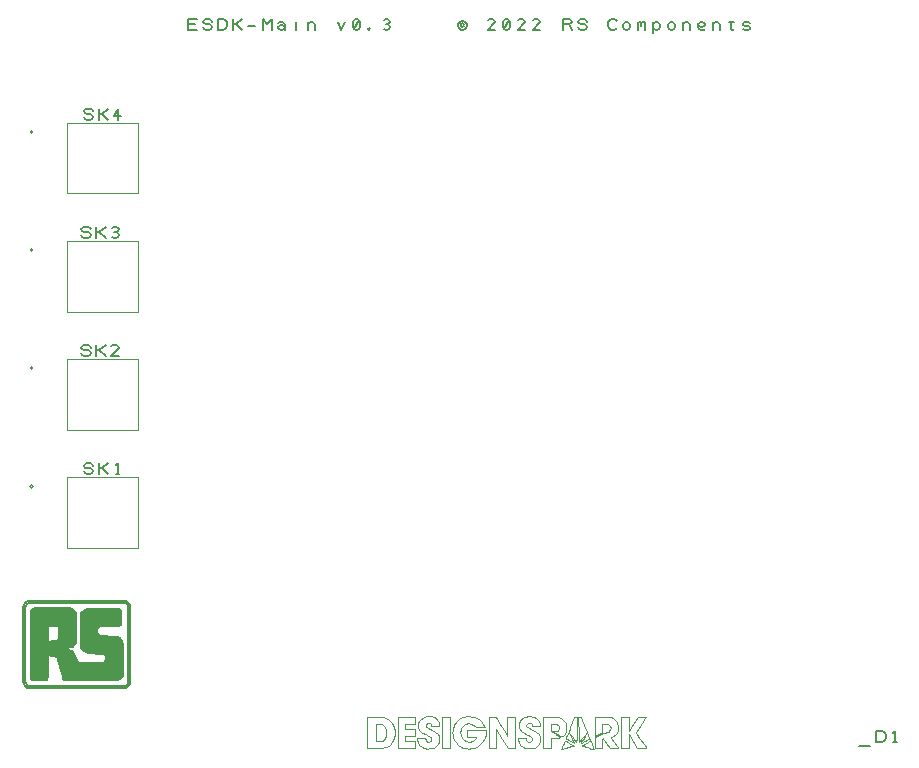
<source format=gbr>
G04 DesignSpark PCB PRO Gerber Version 10.0 Build 5299*
G04 #@! TF.Part,Single*
G04 #@! TF.FileFunction,Legend,Top*
G04 #@! TF.FilePolarity,Positive*
%FSLAX35Y35*%
%MOIN*%
%ADD122C,0.00300*%
%ADD120C,0.00394*%
%ADD119C,0.00500*%
%ADD121C,0.00787*%
%ADD123C,0.00800*%
G04 #@! TD.AperFunction*
X0Y0D02*
D02*
D119*
X14692Y32010D02*
Y53700D01*
X14767Y54243D01*
X14996Y54636D01*
X15387Y54874D01*
X15947Y54954D01*
X27635D01*
X28580Y54771D01*
X29282Y54283D01*
X29720Y53581D01*
X29870Y52758D01*
Y44169D01*
X29719Y43352D01*
X29302Y42693D01*
X28679Y42233D01*
X27909Y42011D01*
X27243Y41865D01*
X27093Y41703D01*
X27047Y41423D01*
X27089Y41205D01*
X27238Y41061D01*
X27988Y40874D01*
X28381Y40777D01*
X28723Y40565D01*
X29165Y39933D01*
X30027Y37619D01*
X30366Y37006D01*
X30728Y36797D01*
X31322Y36717D01*
X38381D01*
X38954Y36795D01*
X39372Y37021D01*
X39628Y37379D01*
X39715Y37854D01*
Y38717D01*
X39651Y39160D01*
X39440Y39526D01*
X39053Y39781D01*
X38460Y39894D01*
X34185Y40090D01*
X33081Y40375D01*
X32185Y40957D01*
X31581Y41783D01*
X31361Y42796D01*
Y52366D01*
X31523Y53418D01*
X31983Y54165D01*
X32701Y54611D01*
X33636Y54758D01*
X43676D01*
X44275Y54679D01*
X44676Y54444D01*
X44900Y54063D01*
X44970Y53543D01*
Y50326D01*
X44894Y49760D01*
X44652Y49356D01*
X44226Y49113D01*
X43598Y49032D01*
X38146D01*
X37615Y48944D01*
X37249Y48709D01*
X37037Y48370D01*
X36969Y47973D01*
Y46875D01*
X37064Y46473D01*
X37342Y46159D01*
X37797Y45948D01*
X38420Y45855D01*
X42931Y45581D01*
X43890Y45313D01*
X44661Y44703D01*
X45176Y43865D01*
X45363Y42914D01*
Y33069D01*
X45307Y32563D01*
X45150Y32132D01*
X44603Y31486D01*
X43857Y31111D01*
X43048Y30991D01*
X26890D01*
X26330Y31030D01*
X25885Y31187D01*
X25550Y31520D01*
X25321Y32089D01*
X23909Y37854D01*
X23753Y38324D01*
X23512Y38668D01*
X23087Y38880D01*
X22380Y38952D01*
X21892Y39020D01*
X21507Y39227D01*
X21254Y39581D01*
X21163Y40090D01*
Y43110D01*
X21239Y43619D01*
X21472Y43972D01*
X21875Y44180D01*
X22458Y44247D01*
X23242D01*
X23722Y44356D01*
X24051Y44644D01*
X24241Y45058D01*
X24301Y45541D01*
Y48012D01*
X24216Y48482D01*
X23973Y48826D01*
X23590Y49038D01*
X23085Y49111D01*
X20419D01*
Y32128D01*
X20300Y31586D01*
X19997Y31236D01*
X19591Y31047D01*
X19163Y30991D01*
X15908D01*
X15370Y31062D01*
X14991Y31265D01*
X14766Y31586D01*
X14692Y32010D01*
G36*
X14692Y32010D02*
Y53700D01*
X14767Y54243D01*
X14996Y54636D01*
X15387Y54874D01*
X15947Y54954D01*
X27635D01*
X28580Y54771D01*
X29282Y54283D01*
X29720Y53581D01*
X29870Y52758D01*
Y44169D01*
X29719Y43352D01*
X29302Y42693D01*
X28679Y42233D01*
X27909Y42011D01*
X27243Y41865D01*
X27093Y41703D01*
X27047Y41423D01*
X27089Y41205D01*
X27238Y41061D01*
X27988Y40874D01*
X28381Y40777D01*
X28723Y40565D01*
X29165Y39933D01*
X30027Y37619D01*
X30366Y37006D01*
X30728Y36797D01*
X31322Y36717D01*
X38381D01*
X38954Y36795D01*
X39372Y37021D01*
X39628Y37379D01*
X39715Y37854D01*
Y38717D01*
X39651Y39160D01*
X39440Y39526D01*
X39053Y39781D01*
X38460Y39894D01*
X34185Y40090D01*
X33081Y40375D01*
X32185Y40957D01*
X31581Y41783D01*
X31361Y42796D01*
Y52366D01*
X31523Y53418D01*
X31983Y54165D01*
X32701Y54611D01*
X33636Y54758D01*
X43676D01*
X44275Y54679D01*
X44676Y54444D01*
X44900Y54063D01*
X44970Y53543D01*
Y50326D01*
X44894Y49760D01*
X44652Y49356D01*
X44226Y49113D01*
X43598Y49032D01*
X38146D01*
X37615Y48944D01*
X37249Y48709D01*
X37037Y48370D01*
X36969Y47973D01*
Y46875D01*
X37064Y46473D01*
X37342Y46159D01*
X37797Y45948D01*
X38420Y45855D01*
X42931Y45581D01*
X43890Y45313D01*
X44661Y44703D01*
X45176Y43865D01*
X45363Y42914D01*
Y33069D01*
X45307Y32563D01*
X45150Y32132D01*
X44603Y31486D01*
X43857Y31111D01*
X43048Y30991D01*
X26890D01*
X26330Y31030D01*
X25885Y31187D01*
X25550Y31520D01*
X25321Y32089D01*
X23909Y37854D01*
X23753Y38324D01*
X23512Y38668D01*
X23087Y38880D01*
X22380Y38952D01*
X21892Y39020D01*
X21507Y39227D01*
X21254Y39581D01*
X21163Y40090D01*
Y43110D01*
X21239Y43619D01*
X21472Y43972D01*
X21875Y44180D01*
X22458Y44247D01*
X23242D01*
X23722Y44356D01*
X24051Y44644D01*
X24241Y45058D01*
X24301Y45541D01*
Y48012D01*
X24216Y48482D01*
X23973Y48826D01*
X23590Y49038D01*
X23085Y49111D01*
X20419D01*
Y32128D01*
X20300Y31586D01*
X19997Y31236D01*
X19591Y31047D01*
X19163Y30991D01*
X15908D01*
X15370Y31062D01*
X14991Y31265D01*
X14766Y31586D01*
X14692Y32010D01*
G37*
X31602Y140064D02*
X31915Y139439D01*
X32539Y139126D01*
X33789D01*
X34415Y139439D01*
X34727Y140064D01*
X34415Y140689D01*
X33789Y141002D01*
X32539D01*
X31915Y141314D01*
X31602Y141939D01*
X31915Y142564D01*
X32539Y142876D01*
X33789D01*
X34415Y142564D01*
X34727Y141939D01*
X36602Y139126D02*
Y142876D01*
Y141002D02*
X37539D01*
X39727Y142876D01*
X37539Y141002D02*
X39727Y139126D01*
X44102D02*
X41602D01*
X43789Y141314D01*
X44102Y141939D01*
X43789Y142564D01*
X43165Y142876D01*
X42227D01*
X41602Y142564D01*
X31602Y179434D02*
X31915Y178809D01*
X32539Y178496D01*
X33789D01*
X34415Y178809D01*
X34727Y179434D01*
X34415Y180059D01*
X33789Y180372D01*
X32539D01*
X31915Y180684D01*
X31602Y181309D01*
X31915Y181934D01*
X32539Y182246D01*
X33789D01*
X34415Y181934D01*
X34727Y181309D01*
X36602Y178496D02*
Y182246D01*
Y180372D02*
X37539D01*
X39727Y182246D01*
X37539Y180372D02*
X39727Y178496D01*
X41915Y178809D02*
X42539Y178496D01*
X43165D01*
X43789Y178809D01*
X44102Y179434D01*
X43789Y180059D01*
X43165Y180372D01*
X42539D01*
X43165D02*
X43789Y180684D01*
X44102Y181309D01*
X43789Y181934D01*
X43165Y182246D01*
X42539D01*
X41915Y181934D01*
X32389Y100694D02*
X32702Y100069D01*
X33327Y99756D01*
X34577D01*
X35202Y100069D01*
X35515Y100694D01*
X35202Y101319D01*
X34577Y101631D01*
X33327D01*
X32702Y101944D01*
X32389Y102569D01*
X32702Y103194D01*
X33327Y103506D01*
X34577D01*
X35202Y103194D01*
X35515Y102569D01*
X37389Y99756D02*
Y103506D01*
Y101631D02*
X38327D01*
X40515Y103506D01*
X38327Y101631D02*
X40515Y99756D01*
X43015D02*
X44265D01*
X43639D02*
Y103506D01*
X43015Y102881D01*
X32389Y218804D02*
X32702Y218179D01*
X33327Y217867D01*
X34577D01*
X35202Y218179D01*
X35515Y218804D01*
X35202Y219429D01*
X34577Y219742D01*
X33327D01*
X32702Y220054D01*
X32389Y220679D01*
X32702Y221304D01*
X33327Y221617D01*
X34577D01*
X35202Y221304D01*
X35515Y220679D01*
X37389Y217867D02*
Y221617D01*
Y219742D02*
X38327D01*
X40515Y221617D01*
X38327Y219742D02*
X40515Y217867D01*
X43952D02*
Y221617D01*
X42389Y219117D01*
X44889D01*
X67035Y247788D02*
Y251538D01*
X70161D01*
X69535Y249663D02*
X67035D01*
Y247788D02*
X70161D01*
X72035Y248726D02*
X72348Y248100D01*
X72973Y247788D01*
X74223D01*
X74848Y248100D01*
X75161Y248726D01*
X74848Y249350D01*
X74223Y249663D01*
X72973D01*
X72348Y249976D01*
X72035Y250600D01*
X72348Y251226D01*
X72973Y251538D01*
X74223D01*
X74848Y251226D01*
X75161Y250600D01*
X77035Y247788D02*
Y251538D01*
X78911D01*
X79535Y251226D01*
X79848Y250913D01*
X80161Y250288D01*
Y249038D01*
X79848Y248413D01*
X79535Y248100D01*
X78911Y247788D01*
X77035D01*
X82035D02*
Y251538D01*
Y249663D02*
X82973D01*
X85161Y251538D01*
X82973Y249663D02*
X85161Y247788D01*
X87035Y249038D02*
X89535D01*
X92035Y247788D02*
Y251538D01*
X93598Y249663D01*
X95161Y251538D01*
Y247788D01*
X97035Y249976D02*
X97661Y250288D01*
X98598D01*
X99223Y249976D01*
X99535Y249350D01*
Y248413D01*
X99223Y248100D01*
X98598Y247788D01*
X97973D01*
X97348Y248100D01*
X97035Y248413D01*
Y248726D01*
X97348Y249038D01*
X97973Y249350D01*
X98598D01*
X99223Y249038D01*
X99535Y248726D01*
Y248413D02*
Y247788D01*
X103285D02*
Y250288D01*
Y251226D02*
X107035Y247788D02*
Y250288D01*
Y249350D02*
X107348Y249976D01*
X107973Y250288D01*
X108598D01*
X109223Y249976D01*
X109535Y249350D01*
Y247788D01*
X117035Y250288D02*
X118285Y247788D01*
X119535Y250288D01*
X122348Y248100D02*
X122973Y247788D01*
X123598D01*
X124223Y248100D01*
X124535Y248726D01*
Y250600D01*
X124223Y251226D01*
X123598Y251538D01*
X122973D01*
X122348Y251226D01*
X122035Y250600D01*
Y248726D01*
X122348Y248100D01*
X124223Y251226D01*
X127348Y247788D02*
X127661Y248100D01*
X127348Y248413D01*
X127035Y248100D01*
X127348Y247788D01*
X132348Y248100D02*
X132973Y247788D01*
X133598D01*
X134223Y248100D01*
X134535Y248726D01*
X134223Y249350D01*
X133598Y249663D01*
X132973D01*
X133598D02*
X134223Y249976D01*
X134535Y250600D01*
X134223Y251226D01*
X133598Y251538D01*
X132973D01*
X132348Y251226D01*
X157035Y249038D02*
Y249350D01*
X157348Y250288D01*
X157661Y250600D01*
X158285Y250913D01*
X158911D01*
X159535Y250600D01*
X159848Y250288D01*
X160161Y249350D01*
Y249038D01*
X159848Y248413D01*
X159535Y248100D01*
X158911Y247788D01*
X158285D01*
X157661Y248100D01*
X157348Y248413D01*
X157035Y249038D01*
X159223D02*
X158598Y248726D01*
X157973Y249038D01*
Y249663D01*
X158598Y249976D01*
X159223Y249663D01*
X169535Y247788D02*
X167035D01*
X169223Y249976D01*
X169535Y250600D01*
X169223Y251226D01*
X168598Y251538D01*
X167661D01*
X167035Y251226D01*
X172348Y248100D02*
X172973Y247788D01*
X173598D01*
X174223Y248100D01*
X174535Y248726D01*
Y250600D01*
X174223Y251226D01*
X173598Y251538D01*
X172973D01*
X172348Y251226D01*
X172035Y250600D01*
Y248726D01*
X172348Y248100D01*
X174223Y251226D01*
X179535Y247788D02*
X177035D01*
X179223Y249976D01*
X179535Y250600D01*
X179223Y251226D01*
X178598Y251538D01*
X177661D01*
X177035Y251226D01*
X184535Y247788D02*
X182035D01*
X184223Y249976D01*
X184535Y250600D01*
X184223Y251226D01*
X183598Y251538D01*
X182661D01*
X182035Y251226D01*
X192035Y247788D02*
Y251538D01*
X194223D01*
X194848Y251226D01*
X195161Y250600D01*
X194848Y249976D01*
X194223Y249663D01*
X192035D01*
X194223D02*
X195161Y247788D01*
X197035Y248726D02*
X197348Y248100D01*
X197973Y247788D01*
X199223D01*
X199848Y248100D01*
X200161Y248726D01*
X199848Y249350D01*
X199223Y249663D01*
X197973D01*
X197348Y249976D01*
X197035Y250600D01*
X197348Y251226D01*
X197973Y251538D01*
X199223D01*
X199848Y251226D01*
X200161Y250600D01*
X210161Y248413D02*
X209848Y248100D01*
X209223Y247788D01*
X208285D01*
X207661Y248100D01*
X207348Y248413D01*
X207035Y249038D01*
Y250288D01*
X207348Y250913D01*
X207661Y251226D01*
X208285Y251538D01*
X209223D01*
X209848Y251226D01*
X210161Y250913D01*
X212035Y248726D02*
X212348Y248100D01*
X212973Y247788D01*
X213598D01*
X214223Y248100D01*
X214535Y248726D01*
Y249350D01*
X214223Y249976D01*
X213598Y250288D01*
X212973D01*
X212348Y249976D01*
X212035Y249350D01*
Y248726D01*
X217035Y247788D02*
Y250288D01*
Y249976D02*
X217348Y250288D01*
X217973D01*
X218285Y249976D01*
Y249038D01*
Y249976D02*
X218598Y250288D01*
X219223D01*
X219535Y249976D01*
Y247788D01*
X222035Y250288D02*
Y246850D01*
Y248726D02*
X222348Y248100D01*
X222973Y247788D01*
X223598D01*
X224223Y248100D01*
X224535Y248726D01*
Y249350D01*
X224223Y249976D01*
X223598Y250288D01*
X222973D01*
X222348Y249976D01*
X222035Y249350D01*
Y248726D01*
X227035D02*
X227348Y248100D01*
X227973Y247788D01*
X228598D01*
X229223Y248100D01*
X229535Y248726D01*
Y249350D01*
X229223Y249976D01*
X228598Y250288D01*
X227973D01*
X227348Y249976D01*
X227035Y249350D01*
Y248726D01*
X232035Y247788D02*
Y250288D01*
Y249350D02*
X232348Y249976D01*
X232973Y250288D01*
X233598D01*
X234223Y249976D01*
X234535Y249350D01*
Y247788D01*
X239535Y248100D02*
X239223Y247788D01*
X238598D01*
X237973D01*
X237348Y248100D01*
X237035Y248726D01*
Y249663D01*
X237348Y249976D01*
X237973Y250288D01*
X238598D01*
X239223Y249976D01*
X239535Y249663D01*
Y249350D01*
X239223Y249038D01*
X238598Y248726D01*
X237973D01*
X237348Y249038D01*
X237035Y249350D01*
X242035Y247788D02*
Y250288D01*
Y249350D02*
X242348Y249976D01*
X242973Y250288D01*
X243598D01*
X244223Y249976D01*
X244535Y249350D01*
Y247788D01*
X247556Y250288D02*
X249015D01*
X248285Y250913D02*
Y248100D01*
X248598Y247788D01*
X248911D01*
X249223Y248100D01*
X252035D02*
X252661Y247788D01*
X253911D01*
X254535Y248100D01*
Y248726D01*
X253911Y249038D01*
X252661D01*
X252035Y249350D01*
Y249976D01*
X252661Y250288D01*
X253911D01*
X254535Y249976D01*
X296563Y10387D02*
Y14137D01*
X298438D01*
X299063Y13824D01*
X299375Y13512D01*
X299688Y12887D01*
Y11637D01*
X299375Y11012D01*
X299063Y10699D01*
X298438Y10387D01*
X296563D01*
X302188D02*
X303438D01*
X302813D02*
Y14137D01*
X302188Y13512D01*
D02*
D120*
X26780Y98819D02*
Y75197D01*
X50402D01*
Y98819D01*
X26780D01*
Y138189D02*
Y114567D01*
X50402D01*
Y138189D01*
X26780D01*
Y177559D02*
Y153937D01*
X50402D01*
Y177559D01*
X26780D01*
Y216929D02*
Y193307D01*
X50402D01*
Y216929D01*
X26780D01*
D02*
D121*
X14969Y95276D02*
G75*
G03*
Y96063I0J394D01*
G01*
Y95276D02*
G75*
G02*
Y96063I0J394D01*
G01*
Y134646D02*
G75*
G03*
Y135433I0J394D01*
G01*
Y134646D02*
G75*
G02*
Y135433I0J394D01*
G01*
Y174016D02*
G75*
G03*
Y174803I0J394D01*
G01*
Y174016D02*
G75*
G02*
Y174803I0J394D01*
G01*
Y213386D02*
G75*
G03*
Y214173I0J394D01*
G01*
Y213386D02*
G75*
G02*
Y214173I0J394D01*
G01*
X294397Y9252D02*
X290854D01*
D02*
D122*
X126958Y8456D02*
Y18881D01*
X129611Y18839D01*
X129968Y18833D01*
X131039Y18809D01*
X131924Y18766D01*
X132470Y18691D01*
X132781Y18605D01*
X132882Y18567D01*
X133235Y18437D01*
X134216Y17828D01*
X135184Y16742D01*
X135774Y15330D01*
X135974Y14042D01*
Y13191D01*
X135793Y11928D01*
X135244Y10572D01*
X134316Y9530D01*
X133347Y8923D01*
X133000Y8785D01*
X132898Y8745D01*
X132585Y8647D01*
X132055Y8567D01*
X131163Y8524D01*
X130039Y8500D01*
X129666Y8495D01*
X126958Y8456D01*
X131606Y10890D02*
X131789Y10940D01*
X132306Y11202D01*
X132813Y11709D01*
X133134Y12421D01*
X133266Y13116D01*
X133279Y13349D01*
X133298Y13703D01*
X133163Y14773D01*
X132635Y15776D01*
X131679Y16370D01*
X130637Y16565D01*
X129692D01*
Y10769D01*
X130431Y10770D01*
X130594D01*
X131081Y10806D01*
X131545Y10874D01*
X131606Y10890D01*
X137020Y8473D02*
Y18862D01*
X142815D01*
Y16571D01*
X141203Y16541D01*
X139591Y16510D01*
X139558Y15718D01*
X139525Y14924D01*
X142707D01*
Y12519D01*
X139526D01*
X139558Y11671D01*
X139591Y10824D01*
X141203Y10793D01*
X142815Y10763D01*
Y8473D01*
X137020D01*
X146068Y8366D02*
X145805Y8432D01*
X145063Y8801D01*
X144276Y9503D01*
X143764Y10409D01*
X143581Y11187D01*
Y11863D01*
X145070D01*
X145623Y11858D01*
X146020Y11830D01*
X146195Y11756D01*
X146250Y11653D01*
X146261Y11617D01*
X146305Y11462D01*
X146528Y10929D01*
X146814Y10630D01*
X146890Y10591D01*
X146965Y10552D01*
X147219Y10489D01*
X147534Y10511D01*
X147818Y10634D01*
X148053Y10838D01*
X148219Y11102D01*
X148298Y11404D01*
X148274Y11723D01*
X148176Y11968D01*
X148128Y12038D01*
X148106Y12069D01*
X147964Y12170D01*
X147636Y12362D01*
X147192Y12591D01*
X146808Y12772D01*
X146678Y12828D01*
X146322Y12984D01*
X145287Y13528D01*
X144392Y14223D01*
X143913Y14999D01*
X143772Y15707D01*
Y16162D01*
X143885Y16821D01*
X144231Y17562D01*
X144818Y18180D01*
X145437Y18584D01*
X145659Y18688D01*
X145760Y18736D01*
X146071Y18870D01*
X146423Y18971D01*
X146831Y19016D01*
X147265Y19024D01*
X147548D01*
X147967Y19014D01*
X148369Y18973D01*
X148701Y18888D01*
X148965Y18783D01*
X149050Y18743D01*
X149235Y18656D01*
X149756Y18315D01*
X150297Y17773D01*
X150666Y17120D01*
X150837Y16555D01*
X150863Y16362D01*
X150937Y15799D01*
X148301D01*
X148175Y16183D01*
X148137Y16294D01*
X147863Y16650D01*
X147419Y16784D01*
X147155D01*
X146808Y16635D01*
X146502Y16276D01*
X146417Y15835D01*
X146539Y15512D01*
X146617Y15443D01*
X146642Y15419D01*
X146801Y15323D01*
X147163Y15123D01*
X147652Y14871D01*
X148071Y14664D01*
X148212Y14595D01*
X148560Y14428D01*
X149577Y13859D01*
X150419Y13160D01*
X150844Y12373D01*
X150960Y11621D01*
Y11370D01*
X150959Y11133D01*
X150850Y10422D01*
X150520Y9644D01*
X149960Y9024D01*
X149374Y8641D01*
X149165Y8547D01*
X149023Y8485D01*
X148540Y8388D01*
X147667Y8295D01*
X146769Y8283D01*
X146236Y8323D01*
X146068Y8366D01*
X151674Y8473D02*
Y18862D01*
X154409D01*
Y8473D01*
X151674D01*
X159231Y8427D02*
X158958Y8500D01*
X158171Y8841D01*
X157228Y9471D01*
X156430Y10296D01*
X155933Y11028D01*
X155804Y11288D01*
X155737Y11424D01*
X155546Y11834D01*
X155402Y12251D01*
X155333Y12707D01*
X155306Y13202D01*
X155300Y13366D01*
X155291Y13606D01*
X155311Y14323D01*
X155429Y15136D01*
X155670Y15857D01*
X155938Y16378D01*
X156044Y16541D01*
X156382Y17061D01*
X157899Y18300D01*
X160265Y19034D01*
X162741Y18708D01*
X164491Y17747D01*
X164933Y17290D01*
X165026Y17195D01*
X165268Y16872D01*
X165616Y16329D01*
X165889Y15813D01*
X166000Y15560D01*
Y15454D01*
X165615Y15392D01*
X164801Y15362D01*
X163059D01*
X162771Y15739D01*
X162648Y15900D01*
X162146Y16276D01*
X161325Y16596D01*
X160435Y16670D01*
X159793Y16557D01*
X159603Y16470D01*
X159472Y16411D01*
X159112Y16161D01*
X158665Y15720D01*
X158301Y15197D01*
X158106Y14785D01*
X158064Y14640D01*
X157998Y14414D01*
X157935Y13692D01*
X158063Y12737D01*
X158420Y11875D01*
X158816Y11343D01*
X158981Y11205D01*
X159181Y11039D01*
X159919Y10706D01*
X160963Y10592D01*
X161973Y10852D01*
X162644Y11285D01*
X162813Y11477D01*
X162895Y11572D01*
X163122Y11876D01*
X163092Y12090D01*
X162624Y12176D01*
X161874Y12191D01*
X160096D01*
Y14378D01*
X166328D01*
Y13276D01*
X166035Y11924D01*
X165213Y10362D01*
X163950Y9156D01*
X162756Y8531D01*
X162333Y8421D01*
X162159Y8376D01*
X161622Y8305D01*
X160777Y8268D01*
X159934Y8308D01*
X159402Y8381D01*
X159231Y8427D01*
X167313Y8473D02*
Y18869D01*
X168482Y18837D01*
X169651Y18807D01*
X171594Y15648D01*
X171784Y15341D01*
X172354Y14418D01*
X172987Y13399D01*
X173427Y12699D01*
X173598Y12433D01*
X173609Y12423D01*
X173630Y12654D01*
X173635Y13331D01*
X173625Y14351D01*
X173607Y15294D01*
X173600Y15608D01*
X173520Y18862D01*
X176062D01*
Y8465D01*
X173710Y8527D01*
X171796Y11583D01*
X169882Y14639D01*
X169825Y8473D01*
X167313D01*
X179824Y8359D02*
X179543Y8420D01*
X178733Y8774D01*
X177890Y9466D01*
X177348Y10377D01*
X177156Y11178D01*
Y11863D01*
X179753D01*
X179821Y11435D01*
X179836Y11340D01*
X179955Y11063D01*
X180204Y10745D01*
X180525Y10524D01*
X180787Y10441D01*
X180954D01*
X181193Y10523D01*
X181473Y10685D01*
X181522Y10724D01*
X181589Y10781D01*
X181791Y11037D01*
X181858Y11339D01*
Y11537D01*
X181796Y11827D01*
X181561Y12145D01*
X181077Y12461D01*
X180475Y12750D01*
X180272Y12839D01*
X179952Y12978D01*
X179022Y13451D01*
X178173Y14042D01*
X177648Y14686D01*
X177410Y15255D01*
X177368Y15451D01*
X177331Y15627D01*
X177311Y16174D01*
X177454Y16863D01*
X177788Y17504D01*
X178166Y17953D01*
X178311Y18080D01*
X178570Y18308D01*
X179534Y18778D01*
X180950Y19014D01*
X182339Y18787D01*
X183250Y18325D01*
X183484Y18097D01*
X183626Y17959D01*
X184098Y17309D01*
X184324Y16571D01*
X184343Y16389D01*
X184404Y15799D01*
X181907D01*
X181691Y16264D01*
X181650Y16350D01*
X181446Y16647D01*
X181196Y16805D01*
X181133Y16822D01*
X181015Y16856D01*
X180625Y16820D01*
X180199Y16582D01*
X179944Y16189D01*
X179912Y15829D01*
X179948Y15724D01*
X179965Y15674D01*
X180066Y15537D01*
X180341Y15320D01*
X180852Y15024D01*
X181469Y14701D01*
X181676Y14596D01*
X182049Y14409D01*
X183135Y13772D01*
X184007Y13014D01*
X184407Y12171D01*
X184474Y11364D01*
X184456Y11097D01*
X184449Y10992D01*
X184356Y10458D01*
X184209Y10000D01*
X184176Y9933D01*
X184117Y9819D01*
X183884Y9501D01*
X183483Y9098D01*
X183018Y8760D01*
X182656Y8569D01*
X182528Y8524D01*
X182388Y8475D01*
X181942Y8391D01*
X181189Y8313D01*
X180430Y8299D01*
X179972Y8329D01*
X179824Y8359D01*
X185577Y8473D02*
Y18887D01*
X188120Y18837D01*
X188463Y18831D01*
X189496Y18804D01*
X190345Y18757D01*
X190869Y18678D01*
X191175Y18588D01*
X191274Y18549D01*
X191462Y18477D01*
X192279Y17909D01*
X192907Y17091D01*
X193001Y16893D01*
X193041Y16808D01*
X193147Y16548D01*
X193234Y16223D01*
X193274Y15836D01*
X193284Y15439D01*
Y15307D01*
X193283Y15176D01*
X193271Y14782D01*
X193229Y14393D01*
X193142Y14063D01*
X193037Y13800D01*
X192998Y13715D01*
X192941Y13594D01*
X192727Y13252D01*
X192374Y12793D01*
X192029Y12441D01*
X191844Y12300D01*
X191739D01*
X191611Y12368D01*
X191222Y12549D01*
X190672Y12819D01*
X190183Y13065D01*
X190022Y13147D01*
X188365Y13995D01*
X189280Y14054D01*
X189408Y14063D01*
X189793Y14097D01*
X190107Y14157D01*
X190314Y14271D01*
X190465Y14415D01*
X190511Y14466D01*
X190571Y14535D01*
X190759Y14844D01*
X190826Y15182D01*
Y15440D01*
X190713Y15876D01*
X190362Y16269D01*
X189744Y16493D01*
X189058Y16565D01*
X188830D01*
X188092Y16566D01*
Y13992D01*
X189671Y13009D01*
X189822Y12916D01*
X190277Y12630D01*
X190707Y12344D01*
X190959Y12137D01*
X191029Y11994D01*
X190913Y11902D01*
X190610Y11844D01*
X190117Y11809D01*
X189602Y11787D01*
X189431Y11779D01*
X188092Y11727D01*
Y8473D01*
X185577D01*
X191735Y8391D02*
X191755Y8440D01*
X191962Y8947D01*
X192244Y9642D01*
X192302Y9784D01*
X192359Y9927D01*
X192622Y10546D01*
X192790Y10904D01*
X192802Y10915D01*
X192811Y10928D01*
X192940Y10882D01*
X193263Y10724D01*
X193721Y10466D01*
X194130Y10219D01*
X194266Y10133D01*
X195651Y9259D01*
X195289Y9146D01*
X195169Y9108D01*
X194813Y8997D01*
X194253Y8824D01*
X193653Y8639D01*
X193059Y8459D01*
X192515Y8294D01*
X192067Y8160D01*
X191759Y8069D01*
X191666Y8035D01*
X191636D01*
X191645Y8139D01*
X191714Y8343D01*
X191735Y8391D01*
X194517Y10830D02*
X194380Y10899D01*
X193975Y11116D01*
X193531Y11370D01*
X193232Y11567D01*
X193122Y11649D01*
Y11759D01*
X193233Y12006D01*
X193537Y12801D01*
X193987Y13943D01*
X194397Y14970D01*
X194536Y15311D01*
X195950Y18807D01*
X196408Y18841D01*
X196865Y18875D01*
X196786Y15123D01*
X196778Y14752D01*
X196749Y13634D01*
X196709Y12353D01*
X196670Y11417D01*
X196646Y11018D01*
X196637Y10961D01*
X196567Y10552D01*
X195476Y11927D01*
X195368Y12062D01*
X195043Y12466D01*
X194674Y12918D01*
X194406Y13234D01*
X194294Y13359D01*
X194280Y13367D01*
X194328Y13191D01*
X194533Y12779D01*
X194591Y12674D01*
X194742Y12402D01*
X195192Y11580D01*
X195624Y10776D01*
X195879Y10284D01*
X195949Y10119D01*
X195944Y10120D01*
X195824Y10177D01*
X195512Y10330D01*
X195060Y10556D01*
X194652Y10761D01*
X194517Y10830D01*
X198605Y11070D02*
X198669Y11187D01*
X199052Y11878D01*
X199420Y12531D01*
X199475Y12628D01*
X199531Y12726D01*
X199748Y13144D01*
X199842Y13379D01*
X199830Y13391D01*
X199761D01*
X199756Y13385D01*
X199751Y13379D01*
X199650Y13253D01*
X199391Y12928D01*
X199017Y12459D01*
X198680Y12035D01*
X198567Y11895D01*
X197415Y10452D01*
X197345Y13645D01*
X197337Y13975D01*
X197312Y14965D01*
X197274Y16198D01*
X197239Y17206D01*
X197217Y17711D01*
X197208Y17850D01*
X197143Y18862D01*
X198105D01*
X199565Y15249D01*
X199706Y14899D01*
X200128Y13844D01*
X200583Y12686D01*
X200884Y11898D01*
X200989Y11603D01*
X200983Y11598D01*
X200964Y11581D01*
X200844Y11519D01*
X200525Y11353D01*
X200086Y11132D01*
X199589Y10884D01*
X199090Y10640D01*
X198653Y10427D01*
X198336Y10279D01*
X198234Y10222D01*
X198201D01*
X198293Y10472D01*
X198540Y10954D01*
X198605Y11070D01*
X200417Y8633D02*
X200238Y8690D01*
X199700Y8861D01*
X199107Y9055D01*
X198698Y9194D01*
X198542Y9250D01*
X198537Y9256D01*
X198626Y9340D01*
X198906Y9537D01*
X199332Y9820D01*
X199728Y10072D01*
X199860Y10155D01*
X199992Y10238D01*
X200393Y10485D01*
X200836Y10750D01*
X201141Y10920D01*
X201259Y10978D01*
X201264Y10972D01*
X201281Y10954D01*
X201333Y10833D01*
X201472Y10511D01*
X201658Y10065D01*
X201867Y9559D01*
X202070Y9052D01*
X202246Y8603D01*
X202371Y8276D01*
X202417Y8166D01*
Y8113D01*
X202393Y8063D01*
X202187Y8090D01*
X201595Y8263D01*
X200711Y8541D01*
X200417Y8633D01*
X202746Y8473D02*
Y11956D01*
X204096Y12784D01*
X204287Y12903D01*
X204869Y13250D01*
X205352Y13498D01*
X205715Y13595D01*
X206021Y13612D01*
X206270D01*
X206711Y13659D01*
X207124Y13749D01*
X207176Y13770D01*
X207304Y13823D01*
X207635Y14112D01*
X207915Y14624D01*
X207987Y15221D01*
X207892Y15681D01*
X207824Y15813D01*
X207763Y15931D01*
X207161Y16364D01*
X206227Y16563D01*
X206000D01*
X205262Y16565D01*
Y13723D01*
X204060Y13120D01*
X203943Y13062D01*
X203589Y12888D01*
X203195Y12696D01*
X202919Y12567D01*
X202832Y12519D01*
X202796D01*
X202781Y12770D01*
X202763Y13454D01*
X202751Y14466D01*
X202746Y15393D01*
Y18885D01*
X205234Y18835D01*
X205654Y18828D01*
X206918Y18779D01*
X207996Y18661D01*
X208697Y18439D01*
X209124Y18173D01*
X209252Y18068D01*
X209512Y17854D01*
X210097Y16975D01*
X210466Y15617D01*
X210337Y14211D01*
X209912Y13237D01*
X209694Y12978D01*
X209623Y12895D01*
X209369Y12685D01*
X208930Y12394D01*
X208490Y12171D01*
X208244Y12081D01*
X208120D01*
X207996Y11996D01*
Y11924D01*
X208098Y11794D01*
X208381Y11407D01*
X208798Y10865D01*
X209179Y10382D01*
X209308Y10222D01*
X209435Y10064D01*
X209818Y9585D01*
X210234Y9053D01*
X210516Y8683D01*
X210620Y8570D01*
Y8522D01*
X210193Y8490D01*
X209423Y8473D01*
X207715D01*
X206590Y10056D01*
X206479Y10211D01*
X206145Y10676D01*
X205765Y11193D01*
X205491Y11554D01*
X205378Y11694D01*
X205364Y11702D01*
X205289Y11299D01*
X205262Y10414D01*
Y8473D01*
X202746D01*
X211385Y8472D02*
Y18862D01*
X214006D01*
X214035Y16496D01*
X214065Y14131D01*
X215541Y16493D01*
X217018Y18857D01*
X218357Y18859D01*
X218541Y18860D01*
X219304Y18845D01*
X219698Y18816D01*
Y18751D01*
X219564Y18584D01*
X219201Y18023D01*
X218664Y17206D01*
X218172Y16465D01*
X218008Y16218D01*
X216319Y13684D01*
X216514Y13402D01*
X216541Y13364D01*
X216710Y13120D01*
X217101Y12561D01*
X217630Y11805D01*
X218087Y11151D01*
X218239Y10933D01*
X218389Y10719D01*
X218840Y10074D01*
X219343Y9348D01*
X219698Y8836D01*
X219837Y8629D01*
X219849Y8609D01*
X219853Y8601D01*
X219817Y8543D01*
X219598Y8502D01*
X219148Y8479D01*
X218601Y8473D01*
X216908D01*
X214065Y12999D01*
X214035Y10736D01*
X214006Y8472D01*
X211385D01*
D02*
D123*
X45637Y28352D02*
X46511Y28529D01*
X47226Y29010D01*
X47707Y29724D01*
X47883Y30598D01*
Y55229D01*
X47707Y56103D01*
X47226Y56817D01*
X46511Y57299D01*
X45637Y57475D01*
X14418D01*
X13543Y57299D01*
X12829Y56817D01*
X12348Y56103D01*
X12171Y55229D01*
Y30598D01*
X12348Y29724D01*
X12829Y29010D01*
X13543Y28529D01*
X14418Y28352D01*
X45637D01*
X47190Y55230D02*
X47068Y55834D01*
X46735Y56328D01*
X46242Y56660D01*
X45637Y56782D01*
X14418D01*
X13813Y56660D01*
X13319Y56328D01*
X12987Y55834D01*
X12865Y55230D01*
Y30599D01*
X12987Y29994D01*
X13319Y29501D01*
X13813Y29168D01*
X14418Y29046D01*
X45637D01*
X46242Y29168D01*
X46735Y29501D01*
X47068Y29994D01*
X47190Y30599D01*
Y55230D01*
X0Y0D02*
M02*

</source>
